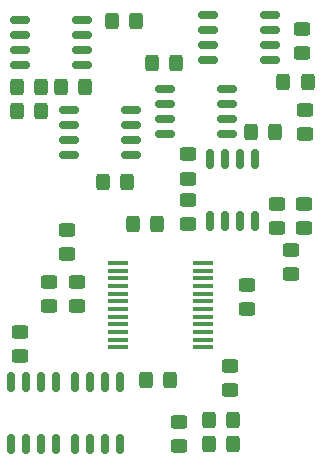
<source format=gbr>
G04 #@! TF.GenerationSoftware,KiCad,Pcbnew,8.0.7*
G04 #@! TF.CreationDate,2025-05-03T20:28:39+02:00*
G04 #@! TF.ProjectId,EM7SEG_DRIVER,454d3753-4547-45f4-9452-495645522e6b,rev?*
G04 #@! TF.SameCoordinates,Original*
G04 #@! TF.FileFunction,Paste,Bot*
G04 #@! TF.FilePolarity,Positive*
%FSLAX46Y46*%
G04 Gerber Fmt 4.6, Leading zero omitted, Abs format (unit mm)*
G04 Created by KiCad (PCBNEW 8.0.7) date 2025-05-03 20:28:39*
%MOMM*%
%LPD*%
G01*
G04 APERTURE LIST*
G04 Aperture macros list*
%AMRoundRect*
0 Rectangle with rounded corners*
0 $1 Rounding radius*
0 $2 $3 $4 $5 $6 $7 $8 $9 X,Y pos of 4 corners*
0 Add a 4 corners polygon primitive as box body*
4,1,4,$2,$3,$4,$5,$6,$7,$8,$9,$2,$3,0*
0 Add four circle primitives for the rounded corners*
1,1,$1+$1,$2,$3*
1,1,$1+$1,$4,$5*
1,1,$1+$1,$6,$7*
1,1,$1+$1,$8,$9*
0 Add four rect primitives between the rounded corners*
20,1,$1+$1,$2,$3,$4,$5,0*
20,1,$1+$1,$4,$5,$6,$7,0*
20,1,$1+$1,$6,$7,$8,$9,0*
20,1,$1+$1,$8,$9,$2,$3,0*%
G04 Aperture macros list end*
%ADD10RoundRect,0.250000X0.450000X-0.325000X0.450000X0.325000X-0.450000X0.325000X-0.450000X-0.325000X0*%
%ADD11RoundRect,0.150000X0.150000X-0.675000X0.150000X0.675000X-0.150000X0.675000X-0.150000X-0.675000X0*%
%ADD12RoundRect,0.250000X-0.450000X0.325000X-0.450000X-0.325000X0.450000X-0.325000X0.450000X0.325000X0*%
%ADD13RoundRect,0.250000X0.325000X0.450000X-0.325000X0.450000X-0.325000X-0.450000X0.325000X-0.450000X0*%
%ADD14RoundRect,0.150000X0.675000X0.150000X-0.675000X0.150000X-0.675000X-0.150000X0.675000X-0.150000X0*%
%ADD15RoundRect,0.150000X-0.675000X-0.150000X0.675000X-0.150000X0.675000X0.150000X-0.675000X0.150000X0*%
%ADD16RoundRect,0.150000X-0.150000X0.675000X-0.150000X-0.675000X0.150000X-0.675000X0.150000X0.675000X0*%
%ADD17RoundRect,0.250000X-0.325000X-0.450000X0.325000X-0.450000X0.325000X0.450000X-0.325000X0.450000X0*%
%ADD18R,1.750000X0.450000*%
G04 APERTURE END LIST*
D10*
X46456600Y-52714000D03*
X46456600Y-50664000D03*
D11*
X35737800Y-64131100D03*
X34467800Y-64131100D03*
X33197800Y-64131100D03*
X31927800Y-64131100D03*
X31927800Y-58881100D03*
X33197800Y-58881100D03*
X34467800Y-58881100D03*
X35737800Y-58881100D03*
D12*
X27228800Y-54626400D03*
X27228800Y-56676400D03*
D10*
X32024300Y-52424400D03*
X32024300Y-50374400D03*
D13*
X45288200Y-62052200D03*
X43238200Y-62052200D03*
D10*
X44983400Y-59546600D03*
X44983400Y-57496600D03*
D14*
X32444600Y-28232100D03*
X32444600Y-29502100D03*
X32444600Y-30772100D03*
X32444600Y-32042100D03*
X27194600Y-32042100D03*
X27194600Y-30772100D03*
X27194600Y-29502100D03*
X27194600Y-28232100D03*
D15*
X43145800Y-31584900D03*
X43145800Y-30314900D03*
X43145800Y-29044900D03*
X43145800Y-27774900D03*
X48395800Y-27774900D03*
X48395800Y-29044900D03*
X48395800Y-30314900D03*
X48395800Y-31584900D03*
X31416100Y-39657000D03*
X31416100Y-38387000D03*
X31416100Y-37117000D03*
X31416100Y-35847000D03*
X36666100Y-35847000D03*
X36666100Y-37117000D03*
X36666100Y-38387000D03*
X36666100Y-39657000D03*
D12*
X51142900Y-28959700D03*
X51142900Y-31009700D03*
D11*
X47094100Y-45208100D03*
X45824100Y-45208100D03*
X44554100Y-45208100D03*
X43284100Y-45208100D03*
X43284100Y-39958100D03*
X44554100Y-39958100D03*
X45824100Y-39958100D03*
X47094100Y-39958100D03*
D10*
X51402000Y-37849900D03*
X51402000Y-35799900D03*
D14*
X44745800Y-34056300D03*
X44745800Y-35326300D03*
X44745800Y-36596300D03*
X44745800Y-37866300D03*
X39495800Y-37866300D03*
X39495800Y-36596300D03*
X39495800Y-35326300D03*
X39495800Y-34056300D03*
D16*
X26492200Y-58881100D03*
X27762200Y-58881100D03*
X29032200Y-58881100D03*
X30302200Y-58881100D03*
X30302200Y-64131100D03*
X29032200Y-64131100D03*
X27762200Y-64131100D03*
X26492200Y-64131100D03*
D13*
X38871000Y-45478700D03*
X36821000Y-45478700D03*
D10*
X49034700Y-45805200D03*
X49034700Y-43755200D03*
X51282600Y-45817900D03*
X51282600Y-43767900D03*
D12*
X50190400Y-47679500D03*
X50190400Y-49729500D03*
D13*
X45309900Y-64152800D03*
X43259900Y-64152800D03*
D17*
X26988700Y-33901400D03*
X29038700Y-33901400D03*
D13*
X32780100Y-33901400D03*
X30730100Y-33901400D03*
X40420400Y-31831300D03*
X38370400Y-31831300D03*
X37054900Y-28323100D03*
X35004900Y-28323100D03*
D12*
X41427400Y-43463100D03*
X41427400Y-45513100D03*
D17*
X46772700Y-37716500D03*
X48822700Y-37716500D03*
D10*
X40713700Y-64311600D03*
X40713700Y-62261600D03*
D13*
X51583700Y-33474700D03*
X49533700Y-33474700D03*
X39968300Y-58658800D03*
X37918300Y-58658800D03*
D10*
X29700200Y-52437100D03*
X29700200Y-50387100D03*
D12*
X31234400Y-45982800D03*
X31234400Y-48032800D03*
X41432500Y-39597200D03*
X41432500Y-41647200D03*
D17*
X34255600Y-41920200D03*
X36305600Y-41920200D03*
D13*
X29008200Y-35892700D03*
X26958200Y-35892700D03*
D18*
X35516000Y-55943000D03*
X35516000Y-55293000D03*
X35516001Y-54643000D03*
X35516000Y-53993000D03*
X35516000Y-53343001D03*
X35516000Y-52693000D03*
X35516000Y-52043000D03*
X35516000Y-51392999D03*
X35516000Y-50743000D03*
X35516001Y-50093000D03*
X35516000Y-49443000D03*
X35516000Y-48793000D03*
X42716000Y-48793000D03*
X42716000Y-49443000D03*
X42715999Y-50093000D03*
X42716000Y-50743000D03*
X42716000Y-51392999D03*
X42716000Y-52043000D03*
X42716000Y-52693000D03*
X42716000Y-53343001D03*
X42716000Y-53993000D03*
X42715999Y-54643000D03*
X42716000Y-55293000D03*
X42716000Y-55943000D03*
M02*

</source>
